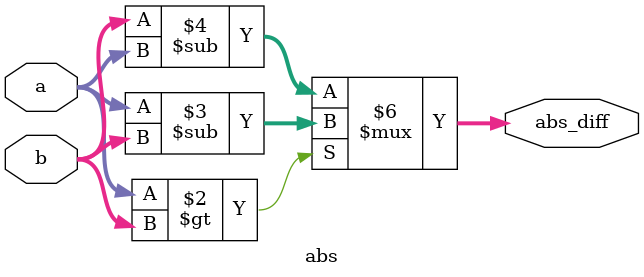
<source format=v>
`timescale 1ns / 1ps


module abs#(
        parameter width = 5
    )
    (
    input [width-1:0] a,
    input [width-1:0] b,
    output reg [width-1:0] abs_diff
    );
    always@(*)begin
        if(a>b)
            abs_diff = a-b;
        else 
            abs_diff = b-a;
    end
endmodule

</source>
